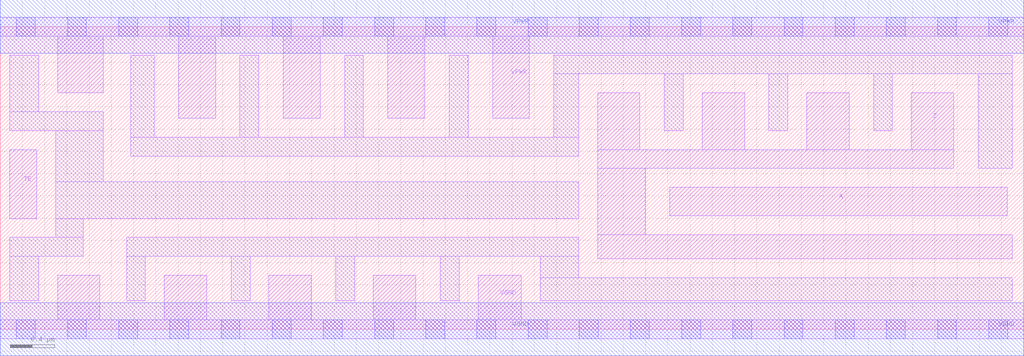
<source format=lef>
# Copyright 2020 The SkyWater PDK Authors
#
# Licensed under the Apache License, Version 2.0 (the "License");
# you may not use this file except in compliance with the License.
# You may obtain a copy of the License at
#
#     https://www.apache.org/licenses/LICENSE-2.0
#
# Unless required by applicable law or agreed to in writing, software
# distributed under the License is distributed on an "AS IS" BASIS,
# WITHOUT WARRANTIES OR CONDITIONS OF ANY KIND, either express or implied.
# See the License for the specific language governing permissions and
# limitations under the License.
#
# SPDX-License-Identifier: Apache-2.0

VERSION 5.7 ;
  NAMESCASESENSITIVE ON ;
  NOWIREEXTENSIONATPIN ON ;
  DIVIDERCHAR "/" ;
  BUSBITCHARS "[]" ;
UNITS
  DATABASE MICRONS 200 ;
END UNITS
PROPERTYDEFINITIONS
  MACRO maskLayoutSubType STRING ;
  MACRO prCellType STRING ;
  MACRO originalViewName STRING ;
END PROPERTYDEFINITIONS
MACRO sky130_fd_sc_hdll__einvp_8
  CLASS CORE ;
  FOREIGN sky130_fd_sc_hdll__einvp_8 ;
  ORIGIN  0.000000  0.000000 ;
  SIZE  9.200000 BY  2.720000 ;
  SYMMETRY X Y R90 ;
  SITE unithd ;
  PIN A
    ANTENNAGATEAREA  2.220000 ;
    DIRECTION INPUT ;
    USE SIGNAL ;
    PORT
      LAYER li1 ;
        RECT 6.020000 1.020000 9.050000 1.275000 ;
    END
  END A
  PIN TE
    ANTENNAGATEAREA  1.057500 ;
    DIRECTION INPUT ;
    USE SIGNAL ;
    PORT
      LAYER li1 ;
        RECT 0.085000 0.995000 0.330000 1.615000 ;
    END
  END TE
  PIN Z
    ANTENNADIFFAREA  1.992000 ;
    DIRECTION OUTPUT ;
    USE SIGNAL ;
    PORT
      LAYER li1 ;
        RECT 5.370000 0.635000 9.095000 0.850000 ;
        RECT 5.370000 0.850000 5.800000 1.445000 ;
        RECT 5.370000 1.445000 8.570000 1.615000 ;
        RECT 5.370000 1.615000 5.750000 2.125000 ;
        RECT 6.310000 1.615000 6.690000 2.125000 ;
        RECT 7.250000 1.615000 7.630000 2.125000 ;
        RECT 8.190000 1.615000 8.570000 2.125000 ;
    END
  END Z
  PIN VGND
    DIRECTION INOUT ;
    USE GROUND ;
    PORT
      LAYER li1 ;
        RECT 0.000000 -0.085000 9.200000 0.085000 ;
        RECT 0.515000  0.085000 0.895000 0.485000 ;
        RECT 1.475000  0.085000 1.855000 0.485000 ;
        RECT 2.415000  0.085000 2.795000 0.485000 ;
        RECT 3.355000  0.085000 3.735000 0.485000 ;
        RECT 4.295000  0.085000 4.685000 0.485000 ;
      LAYER mcon ;
        RECT 0.145000 -0.085000 0.315000 0.085000 ;
        RECT 0.605000 -0.085000 0.775000 0.085000 ;
        RECT 1.065000 -0.085000 1.235000 0.085000 ;
        RECT 1.525000 -0.085000 1.695000 0.085000 ;
        RECT 1.985000 -0.085000 2.155000 0.085000 ;
        RECT 2.445000 -0.085000 2.615000 0.085000 ;
        RECT 2.905000 -0.085000 3.075000 0.085000 ;
        RECT 3.365000 -0.085000 3.535000 0.085000 ;
        RECT 3.825000 -0.085000 3.995000 0.085000 ;
        RECT 4.285000 -0.085000 4.455000 0.085000 ;
        RECT 4.745000 -0.085000 4.915000 0.085000 ;
        RECT 5.205000 -0.085000 5.375000 0.085000 ;
        RECT 5.665000 -0.085000 5.835000 0.085000 ;
        RECT 6.125000 -0.085000 6.295000 0.085000 ;
        RECT 6.585000 -0.085000 6.755000 0.085000 ;
        RECT 7.045000 -0.085000 7.215000 0.085000 ;
        RECT 7.505000 -0.085000 7.675000 0.085000 ;
        RECT 7.965000 -0.085000 8.135000 0.085000 ;
        RECT 8.425000 -0.085000 8.595000 0.085000 ;
        RECT 8.885000 -0.085000 9.055000 0.085000 ;
      LAYER met1 ;
        RECT 0.000000 -0.240000 9.200000 0.240000 ;
    END
  END VGND
  PIN VPWR
    DIRECTION INOUT ;
    USE POWER ;
    PORT
      LAYER li1 ;
        RECT 0.000000 2.635000 9.200000 2.805000 ;
        RECT 0.515000 2.125000 0.925000 2.635000 ;
        RECT 1.605000 1.895000 1.935000 2.635000 ;
        RECT 2.545000 1.895000 2.875000 2.635000 ;
        RECT 3.485000 1.895000 3.815000 2.635000 ;
        RECT 4.425000 1.895000 4.755000 2.635000 ;
      LAYER mcon ;
        RECT 0.145000 2.635000 0.315000 2.805000 ;
        RECT 0.605000 2.635000 0.775000 2.805000 ;
        RECT 1.065000 2.635000 1.235000 2.805000 ;
        RECT 1.525000 2.635000 1.695000 2.805000 ;
        RECT 1.985000 2.635000 2.155000 2.805000 ;
        RECT 2.445000 2.635000 2.615000 2.805000 ;
        RECT 2.905000 2.635000 3.075000 2.805000 ;
        RECT 3.365000 2.635000 3.535000 2.805000 ;
        RECT 3.825000 2.635000 3.995000 2.805000 ;
        RECT 4.285000 2.635000 4.455000 2.805000 ;
        RECT 4.745000 2.635000 4.915000 2.805000 ;
        RECT 5.205000 2.635000 5.375000 2.805000 ;
        RECT 5.665000 2.635000 5.835000 2.805000 ;
        RECT 6.125000 2.635000 6.295000 2.805000 ;
        RECT 6.585000 2.635000 6.755000 2.805000 ;
        RECT 7.045000 2.635000 7.215000 2.805000 ;
        RECT 7.505000 2.635000 7.675000 2.805000 ;
        RECT 7.965000 2.635000 8.135000 2.805000 ;
        RECT 8.425000 2.635000 8.595000 2.805000 ;
        RECT 8.885000 2.635000 9.055000 2.805000 ;
      LAYER met1 ;
        RECT 0.000000 2.480000 9.200000 2.960000 ;
    END
  END VPWR
  OBS
    LAYER li1 ;
      RECT 0.085000 0.255000 0.345000 0.655000 ;
      RECT 0.085000 0.655000 0.745000 0.825000 ;
      RECT 0.085000 1.785000 0.925000 1.955000 ;
      RECT 0.085000 1.955000 0.345000 2.465000 ;
      RECT 0.500000 0.825000 0.745000 0.995000 ;
      RECT 0.500000 0.995000 5.200000 1.325000 ;
      RECT 0.500000 1.325000 0.925000 1.785000 ;
      RECT 1.135000 0.255000 1.305000 0.655000 ;
      RECT 1.135000 0.655000 5.200000 0.825000 ;
      RECT 1.175000 1.555000 5.200000 1.725000 ;
      RECT 1.175000 1.725000 1.385000 2.465000 ;
      RECT 2.075000 0.255000 2.245000 0.655000 ;
      RECT 2.155000 1.725000 2.325000 2.465000 ;
      RECT 3.015000 0.255000 3.185000 0.655000 ;
      RECT 3.095000 1.725000 3.265000 2.465000 ;
      RECT 3.955000 0.255000 4.125000 0.655000 ;
      RECT 4.035000 1.725000 4.205000 2.465000 ;
      RECT 4.855000 0.255000 9.095000 0.465000 ;
      RECT 4.855000 0.465000 5.200000 0.655000 ;
      RECT 4.975000 1.725000 5.200000 2.295000 ;
      RECT 4.975000 2.295000 9.095000 2.465000 ;
      RECT 5.970000 1.785000 6.140000 2.295000 ;
      RECT 6.910000 1.785000 7.080000 2.295000 ;
      RECT 7.850000 1.785000 8.020000 2.295000 ;
      RECT 8.790000 1.445000 9.095000 2.295000 ;
  END
  PROPERTY maskLayoutSubType "abstract" ;
  PROPERTY prCellType "standard" ;
  PROPERTY originalViewName "layout" ;
END sky130_fd_sc_hdll__einvp_8

</source>
